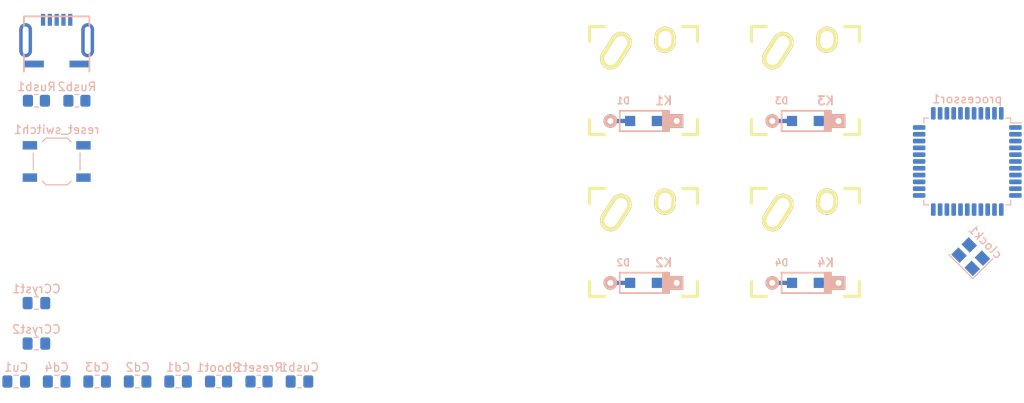
<source format=kicad_pcb>
(kicad_pcb (version 20211014) (generator pcbnew)
  (layers (0 "F.Cu" signal) (31 "B.Cu" signal) (34 "B.Paste" user) (35 "F.Paste" user) (36 "B.SilkS" user "B.Silkscreen") (37 "F.SilkS" user "F.Silkscreen") (38 "B.Mask" user) (39 "F.Mask" user) (44 "Edge.Cuts" user))
  (net 0 "")
  (net 1 "+5V")
  (net 2 "VCC")
  (net 3 "Net-(Micro_USB1-Pad2)")
  (net 4 "Net-(Micro_USB1-Pad3)")
  (net 6 "/toD1")
  (net 7 "/row0")
  (net 8 "/toD3")
  (net 9 "/row1")
  (net 10 "/toD2")
  (net 11 "/toD4")
  (net 12 "/col0")
  (net 13 "/col1")
  (net 14 "Net-(Rboot1-Pad1)")
  (net 15 "Net-(Rreset1-Pad2)")
  (net 16 "Net-(Rusb1-Pad2)")
  (net 17 "Net-(Rusb2-Pad2)")
  (net 19 "Net-(Cusb1-Pad2)")
  (net 28 "Net-(CCryst1-Pad1)")
  (net 29 "Net-(CCryst2-Pad1)")
  (net 46 "GND")
  (footprint "keebs:Mx_Alps_100" (layer "F.Cu") (at 161.925 83.34375)
    (fp_text reference "K1" (at 2.38125 2.38125) (layer "B.SilkS") (effects (font (thickness 0.2)) (justify mirror)))
    (fp_text value "KEYSW" hide)
    (fp_line (start 6.35 4.572) (end 6.35 6.35) (layer "F.SilkS") (width 0.381))
    (fp_line (start -6.35 -6.35) (end -4.572 -6.35) (layer "F.SilkS") (width 0.381))
    (fp_line (start -4.572 6.35) (end -6.35 6.35) (layer "F.SilkS") (width 0.381))
    (fp_line (start 6.35 -6.35) (end 6.35 -4.572) (layer "F.SilkS") (width 0.381))
    (fp_line (start -6.35 -4.572) (end -6.35 -6.35) (layer "F.SilkS") (width 0.381))
    (fp_line (start 4.572 -6.35) (end 6.35 -6.35) (layer "F.SilkS") (width 0.381))
    (fp_line (start -6.35 6.35) (end -6.35 4.572) (layer "F.SilkS") (width 0.381))
    (fp_line (start 6.35 6.35) (end 4.572 6.35) (layer "F.SilkS") (width 0.381))
    (pad "" np_thru_hole circle locked (at -5.08 0) (size 1.7018 1.7018) (drill 1.7018) (layers *.Cu *.Mask))
    (pad "" np_thru_hole circle locked (at 5.08 0) (size 1.7018 1.7018) (drill 1.7018) (layers *.Cu *.Mask))
    (pad "" np_thru_hole circle locked (at 0 0) (size 3.9878 3.9878) (drill 3.9878) (layers *.Cu *.Mask))
    (pad "1" thru_hole oval locked (at -3.255 -3.52 327.5) (size 2.5 4.75) (drill oval 1.5 3.75) (layers *.Cu *.Mask "F.SilkS") (net 12 "/col0"))
    (pad "2" thru_hole oval locked (at 2.52 -4.79 356.1) (size 2.5 3.08) (drill oval 1.5 2.08) (layers *.Cu *.Mask "F.SilkS") (net 6 "/toD1"))
  )
  (footprint "keebs:Mx_Alps_100" (layer "F.Cu") (at 180.975 102.39375)
    (fp_text reference "K4" (at 2.38125 2.38125) (layer "B.SilkS") (effects (font (thickness 0.2)) (justify mirror)))
    (fp_text value "KEYSW" hide)
    (fp_line (start -6.35 -6.35) (end -4.572 -6.35) (layer "F.SilkS") (width 0.381))
    (fp_line (start -6.35 6.35) (end -6.35 4.572) (layer "F.SilkS") (width 0.381))
    (fp_line (start 6.35 -6.35) (end 6.35 -4.572) (layer "F.SilkS") (width 0.381))
    (fp_line (start 4.572 -6.35) (end 6.35 -6.35) (layer "F.SilkS") (width 0.381))
    (fp_line (start -4.572 6.35) (end -6.35 6.35) (layer "F.SilkS") (width 0.381))
    (fp_line (start -6.35 -4.572) (end -6.35 -6.35) (layer "F.SilkS") (width 0.381))
    (fp_line (start 6.35 6.35) (end 4.572 6.35) (layer "F.SilkS") (width 0.381))
    (fp_line (start 6.35 4.572) (end 6.35 6.35) (layer "F.SilkS") (width 0.381))
    (pad "" np_thru_hole circle locked (at 5.08 0) (size 1.7018 1.7018) (drill 1.7018) (layers *.Cu *.Mask))
    (pad "" np_thru_hole circle locked (at 0 0) (size 3.9878 3.9878) (drill 3.9878) (layers *.Cu *.Mask))
    (pad "" np_thru_hole circle locked (at -5.08 0) (size 1.7018 1.7018) (drill 1.7018) (layers *.Cu *.Mask))
    (pad "1" thru_hole oval locked (at -3.255 -3.52 327.5) (size 2.5 4.75) (drill oval 1.5 3.75) (layers *.Cu *.Mask "F.SilkS") (net 13 "/col1"))
    (pad "2" thru_hole oval locked (at 2.52 -4.79 356.1) (size 2.5 3.08) (drill oval 1.5 2.08) (layers *.Cu *.Mask "F.SilkS") (net 11 "/toD4"))
  )
  (footprint "keebs:Mx_Alps_100" (layer "F.Cu") (at 180.975 83.34375)
    (fp_text reference "K3" (at 2.38125 2.38125) (layer "B.SilkS") (effects (font (thickness 0.2)) (justify mirror)))
    (fp_text value "KEYSW" hide)
    (fp_line (start 4.572 -6.35) (end 6.35 -6.35) (layer "F.SilkS") (width 0.381))
    (fp_line (start 6.35 6.35) (end 4.572 6.35) (layer "F.SilkS") (width 0.381))
    (fp_line (start -6.35 -6.35) (end -4.572 -6.35) (layer "F.SilkS") (width 0.381))
    (fp_line (start -4.572 6.35) (end -6.35 6.35) (layer "F.SilkS") (width 0.381))
    (fp_line (start -6.35 6.35) (end -6.35 4.572) (layer "F.SilkS") (width 0.381))
    (fp_line (start 6.35 4.572) (end 6.35 6.35) (layer "F.SilkS") (width 0.381))
    (fp_line (start -6.35 -4.572) (end -6.35 -6.35) (layer "F.SilkS") (width 0.381))
    (fp_line (start 6.35 -6.35) (end 6.35 -4.572) (layer "F.SilkS") (width 0.381))
    (pad "" np_thru_hole circle locked (at 0 0) (size 3.9878 3.9878) (drill 3.9878) (layers *.Cu *.Mask))
    (pad "" np_thru_hole circle locked (at -5.08 0) (size 1.7018 1.7018) (drill 1.7018) (layers *.Cu *.Mask))
    (pad "" np_thru_hole circle locked (at 5.08 0) (size 1.7018 1.7018) (drill 1.7018) (layers *.Cu *.Mask))
    (pad "1" thru_hole oval locked (at -3.255 -3.52 327.5) (size 2.5 4.75) (drill oval 1.5 3.75) (layers *.Cu *.Mask "F.SilkS") (net 13 "/col1"))
    (pad "2" thru_hole oval locked (at 2.52 -4.79 356.1) (size 2.5 3.08) (drill oval 1.5 2.08) (layers *.Cu *.Mask "F.SilkS") (net 10 "/toD2"))
  )
  (footprint "keebs:Mx_Alps_100" (layer "F.Cu") (at 161.925 102.39375)
    (fp_text reference "K2" (at 2.38125 2.38125) (layer "B.SilkS") (effects (font (thickness 0.2)) (justify mirror)))
    (fp_text value "KEYSW" hide)
    (fp_line (start 4.572 -6.35) (end 6.35 -6.35) (layer "F.SilkS") (width 0.381))
    (fp_line (start -6.35 6.35) (end -6.35 4.572) (layer "F.SilkS") (width 0.381))
    (fp_line (start -6.35 -6.35) (end -4.572 -6.35) (layer "F.SilkS") (width 0.381))
    (fp_line (start 6.35 6.35) (end 4.572 6.35) (layer "F.SilkS") (width 0.381))
    (fp_line (start -6.35 -4.572) (end -6.35 -6.35) (layer "F.SilkS") (width 0.381))
    (fp_line (start -4.572 6.35) (end -6.35 6.35) (layer "F.SilkS") (width 0.381))
    (fp_line (start 6.35 4.572) (end 6.35 6.35) (layer "F.SilkS") (width 0.381))
    (fp_line (start 6.35 -6.35) (end 6.35 -4.572) (layer "F.SilkS") (width 0.381))
    (pad "" np_thru_hole circle locked (at -5.08 0) (size 1.7018 1.7018) (drill 1.7018) (layers *.Cu *.Mask))
    (pad "" np_thru_hole circle locked (at 0 0) (size 3.9878 3.9878) (drill 3.9878) (layers *.Cu *.Mask))
    (pad "" np_thru_hole circle locked (at 5.08 0) (size 1.7018 1.7018) (drill 1.7018) (layers *.Cu *.Mask))
    (pad "1" thru_hole oval locked (at -3.255 -3.52 327.5) (size 2.5 4.75) (drill oval 1.5 3.75) (layers *.Cu *.Mask "F.SilkS") (net 12 "/col0"))
    (pad "2" thru_hole oval locked (at 2.52 -4.79 356.1) (size 2.5 3.08) (drill oval 1.5 2.08) (layers *.Cu *.Mask "F.SilkS") (net 8 "/toD3"))
  )
  (footprint "Resistor_SMD:R_0805_2012Metric_Pad1.20x1.40mm_HandSolder" (layer "B.Cu") (at 90.4875 85.725 180)
    (fp_text reference "Rusb1" (at 0 1.65) (layer "B.SilkS") (effects (justify mirror)))
    (fp_text value "22")
    (fp_line (start -0.227064 0.735) (end 0.227064 0.735) (layer "B.SilkS") (width 0.12))
    (fp_line (start -0.227064 -0.735) (end 0.227064 -0.735) (layer "B.SilkS") (width 0.12))
    (pad "1" smd roundrect locked (at -1 0 180) (size 1.2 1.4) (layers "B.Cu" "B.Paste" "B.Mask") (roundrect_rratio 0.208333) (net 3 "Net-(Micro_USB1-Pad2)"))
    (pad "2" smd roundrect locked (at 1 0 180) (size 1.2 1.4) (layers "B.Cu" "B.Paste" "B.Mask") (roundrect_rratio 0.208333) (net 16 "Net-(Rusb1-Pad2)"))
  )
  (footprint "Button_Switch_SMD:SW_SPST_TL3342" (layer "B.Cu") (at 92.86875 92.86875 180)
    (fp_text reference "reset_switch1" (at 0 3.75) (layer "B.SilkS") (effects (justify mirror)))
    (fp_text value "SW_PUSH")
    (fp_line (start 1.7 -2.3) (end 1.25 -2.75) (layer "B.SilkS") (width 0.12))
    (fp_line (start 1.7 2.3) (end 1.25 2.75) (layer "B.SilkS") (width 0.12))
    (fp_line (start -1.7 2.3) (end -1.25 2.75) (layer "B.SilkS") (width 0.12))
    (fp_line (start -2.75 1) (end -2.75 -1) (layer "B.SilkS") (width 0.12))
    (fp_line (start -1.25 2.75) (end 1.25 2.75) (layer "B.SilkS") (width 0.12))
    (fp_line (start -1.7 -2.3) (end -1.25 -2.75) (layer "B.SilkS") (width 0.12))
    (fp_line (start -1.25 -2.75) (end 1.25 -2.75) (layer "B.SilkS") (width 0.12))
    (fp_line (start 2.75 1) (end 2.75 -1) (layer "B.SilkS") (width 0.12))
    (pad "1" smd rect locked (at -3.15 1.9 180) (size 1.7 1) (layers "B.Cu" "B.Paste" "B.Mask") (net 46 "GND"))
    (pad "1" smd rect locked (at 3.15 1.9 180) (size 1.7 1) (layers "B.Cu" "B.Paste" "B.Mask") (net 46 "GND"))
    (pad "2" smd rect locked (at -3.15 -1.9 180) (size 1.7 1) (layers "B.Cu" "B.Paste" "B.Mask") (net 15 "Net-(Rreset1-Pad2)"))
    (pad "2" smd rect locked (at 3.15 -1.9 180) (size 1.7 1) (layers "B.Cu" "B.Paste" "B.Mask") (net 15 "Net-(Rreset1-Pad2)"))
  )
  (footprint "Capacitor_SMD:C_0805_2012Metric_Pad1.18x1.45mm_HandSolder" (layer "B.Cu") (at 121.44375 118.76625 180)
    (fp_text reference "Cusb1" (at 0 1.68) (layer "B.SilkS") (effects (justify mirror)))
    (fp_text value "1u")
    (fp_line (start -0.261252 -0.735) (end 0.261252 -0.735) (layer "B.SilkS") (width 0.12))
    (fp_line (start -0.261252 0.735) (end 0.261252 0.735) (layer "B.SilkS") (width 0.12))
    (pad "1" smd roundrect locked (at -1.0375 0 180) (size 1.175 1.45) (layers "B.Cu" "B.Paste" "B.Mask") (roundrect_rratio 0.212766) (net 1 "+5V"))
    (pad "2" smd roundrect locked (at 1.0375 0 180) (size 1.175 1.45) (layers "B.Cu" "B.Paste" "B.Mask") (roundrect_rratio 0.212766) (net 19 "Net-(Cusb1-Pad2)"))
  )
  (footprint "keyboard_parts:D_SOD123_axial" (layer "B.Cu") (at 180.975 88.10625 180)
    (fp_text reference "D3" (at 2.8 2.38125) (layer "B.SilkS") (effects (font (size 0.8 0.8)) (justify mirror)))
    (fp_text value "D" hide)
    (fp_line (start -3 1.2) (end 2.8 1.2) (layer "B.SilkS") (width 0.2))
    (fp_line (start -2.45 1.2) (end -2.45 -1.2) (layer "B.SilkS") (width 0.2))
    (fp_line (start -2.925 1.2) (end -2.925 -1.2) (layer "B.SilkS") (width 0.2))
    (fp_line (start 2.8 1.2) (end 2.8 -1.2) (layer "B.SilkS") (width 0.2))
    (fp_line (start -2.625 1.2) (end -2.625 -1.2) (layer "B.SilkS") (width 0.2))
    (fp_line (start -2.8 1.2) (end -2.8 -1.2) (layer "B.SilkS") (width 0.2))
    (fp_line (start -3.025 -1.2) (end -3.025 1.2) (layer "B.SilkS") (width 0.2))
    (fp_line (start 2.8 -1.2) (end -3 -1.2) (layer "B.SilkS") (width 0.2))
    (fp_line (start -2.275 1.2) (end -2.275 -1.2) (layer "B.SilkS") (width 0.2))
    (pad "1" thru_hole rect locked (at -3.9 0 180) (size 1.6 1.6) (drill 0.7) (layers *.Cu *.Mask "B.SilkS") (net 7 "/row0"))
    (pad "1" smd rect locked (at -2.7 0 180) (size 2.5 0.5) (layers "B.Cu") (net 7 "/row0"))
    (pad "1" smd rect locked (at -1.575 0 180) (size 1.2 1.2) (layers "B.Cu" "B.Paste" "B.Mask") (net 7 "/row0"))
    (pad "2" smd rect locked (at 1.575 0 180) (size 1.2 1.2) (layers "B.Cu" "B.Paste" "B.Mask") (net 10 "/toD2"))
    (pad "2" smd rect locked (at 2.7 0 180) (size 2.5 0.5) (layers "B.Cu") (net 10 "/toD2"))
    (pad "2" thru_hole circle locked (at 3.9 0 180) (size 1.6 1.6) (drill 0.7) (layers *.Cu *.Mask "B.SilkS") (net 10 "/toD2"))
  )
  (footprint "keyboard_parts:D_SOD123_axial" (layer "B.Cu") (at 161.925 107.15625 180)
    (fp_text reference "D2" (at 2.38125 2.38125) (layer "B.SilkS") (effects (font (size 0.8 0.8)) (justify mirror)))
    (fp_text value "D" hide)
    (fp_line (start -2.275 1.2) (end -2.275 -1.2) (layer "B.SilkS") (width 0.2))
    (fp_line (start -2.45 1.2) (end -2.45 -1.2) (layer "B.SilkS") (width 0.2))
    (fp_line (start -2.8 1.2) (end -2.8 -1.2) (layer "B.SilkS") (width 0.2))
    (fp_line (start -3.025 -1.2) (end -3.025 1.2) (layer "B.SilkS") (width 0.2))
    (fp_line (start -2.925 1.2) (end -2.925 -1.2) (layer "B.SilkS") (width 0.2))
    (fp_line (start -2.625 1.2) (end -2.625 -1.2) (layer "B.SilkS") (width 0.2))
    (fp_line (start 2.8 1.2) (end 2.8 -1.2) (layer "B.SilkS") (width 0.2))
    (fp_line (start -3 1.2) (end 2.8 1.2) (layer "B.SilkS") (width 0.2))
    (fp_line (start 2.8 -1.2) (end -3 -1.2) (layer "B.SilkS") (width 0.2))
    (pad "1" thru_hole rect locked (at -3.9 0 180) (size 1.6 1.6) (drill 0.7) (layers *.Cu *.Mask "B.SilkS") (net 9 "/row1"))
    (pad "1" smd rect locked (at -1.575 0 180) (size 1.2 1.2) (layers "B.Cu" "B.Paste" "B.Mask") (net 9 "/row1"))
    (pad "1" smd rect locked (at -2.7 0 180) (size 2.5 0.5) (layers "B.Cu") (net 9 "/row1"))
    (pad "2" smd rect locked (at 2.7 0 180) (size 2.5 0.5) (layers "B.Cu") (net 8 "/toD3"))
    (pad "2" smd rect locked (at 1.575 0 180) (size 1.2 1.2) (layers "B.Cu" "B.Paste" "B.Mask") (net 8 "/toD3"))
    (pad "2" thru_hole circle locked (at 3.9 0 180) (size 1.6 1.6) (drill 0.7) (layers *.Cu *.Mask "B.SilkS") (net 8 "/toD3"))
  )
  (footprint "keyboard_parts:USB_miniB_hirose_5S8" (layer "B.Cu") (at 92.86875 76.2 180)
    (fp_text reference "Micro_USB1" hide)
    (fp_text value "USB_mini_micro_B" hide)
    (fp_line (start 3.85 0.4) (end 3.85 -6.1) (layer "B.SilkS") (width 0.2))
    (fp_line (start -3.85 0.4) (end 3.85 0.4) (layer "B.SilkS") (width 0.2))
    (fp_line (start -3.85 0.4) (end -3.85 -6.1) (layer "B.SilkS") (width 0.2))
    (pad "1" smd rect locked (at -1.6 0 180) (size 0.5 1.4) (layers "B.Cu" "B.Paste" "B.Mask") (net 2 "VCC"))
    (pad "2" smd rect locked (at -0.8 0 180) (size 0.5 1.4) (layers "B.Cu" "B.Paste" "B.Mask") (net 3 "Net-(Micro_USB1-Pad2)"))
    (pad "3" smd rect locked (at 0 0 180) (size 0.5 1.4) (layers "B.Cu" "B.Paste" "B.Mask") (net 4 "Net-(Micro_USB1-Pad3)"))
    (pad "4" smd rect locked (at 0.8 0 180) (size 0.5 1.4) (layers "B.Cu" "B.Paste" "B.Mask"))
    (pad "5" smd rect locked (at 1.6 0 180) (size 0.5 1.4) (layers "B.Cu" "B.Paste" "B.Mask") (net 1 "+5V"))
    (pad "6" smd rect locked (at 2.675 -5.2 180) (size 2.35 0.8) (layers "B.Cu" "B.Paste" "B.Mask") (net 1 "+5V"))
    (pad "6" smd rect locked (at -2.675 -5.2 180) (size 2.35 0.8) (layers "B.Cu" "B.Paste" "B.Mask") (net 1 "+5V"))
    (pad "6" thru_hole oval locked (at 3.65 -2.4 180) (size 1.5 4) (drill oval 0.7 3.2) (layers *.Cu *.Mask "B.Paste") (net 1 "+5V"))
    (pad "6" thru_hole oval locked (at -3.65 -2.4 180) (size 1.5 4) (drill oval 0.7 3.2) (layers *.Cu *.Mask "B.Paste") (net 1 "+5V"))
  )
  (footprint "Crystal:Crystal_SMD_Abracon_ABM8G-4Pin_3.2x2.5mm" (layer "B.Cu") (at 200.43 104.07 135)
    (fp_text reference "clock1" (at 0 2.45 135) (layer "B.SilkS") (effects (justify mirror)))
    (fp_text value "crystal1_gnd24")
    (fp_line (start -2 1.65) (end -2 -1.65) (layer "B.SilkS") (width 0.12))
    (fp_line (start -2 -1.65) (end 2 -1.65) (layer "B.SilkS") (width 0.12))
    (pad "1" smd rect (at -1.1 -0.85 135) (size 1.4 1.2) (layers "B.Cu" "B.Paste" "B.Mask") (net 28 "Net-(CCryst1-Pad1)"))
    (pad "2" smd rect (at 1.1 -0.85 135) (size 1.4 1.2) (layers "B.Cu" "B.Paste" "B.Mask") (net 46 "GND"))
    (pad "3" smd rect (at 1.1 0.85 135) (size 1.4 1.2) (layers "B.Cu" "B.Paste" "B.Mask") (net 29 "Net-(CCryst2-Pad1)"))
    (pad "4" smd rect (at -1.1 0.85 135) (size 1.4 1.2) (layers "B.Cu" "B.Paste" "B.Mask") (net 46 "GND"))
  )
  (footprint "Capacitor_SMD:C_0805_2012Metric_Pad1.18x1.45mm_HandSolder" (layer "B.Cu") (at 90.4875 114.3 180)
    (fp_text reference "CCryst2" (at 0 1.68) (layer "B.SilkS") (effects (justify mirror)))
    (fp_text value "22p")
    (fp_line (start -0.261252 -0.735) (end 0.261252 -0.735) (layer "B.SilkS") (width 0.12))
    (fp_line (start -0.261252 0.735) (end 0.261252 0.735) (layer "B.SilkS") (width 0.12))
    (pad "1" smd roundrect locked (at -1.0375 0 180) (size 1.175 1.45) (layers "B.Cu" "B.Paste" "B.Mask") (roundrect_rratio 0.212766) (net 29 "Net-(CCryst2-Pad1)"))
    (pad "2" smd roundrect locked (at 1.0375 0 180) (size 1.175 1.45) (layers "B.Cu" "B.Paste" "B.Mask") (roundrect_rratio 0.212766) (net 46 "GND"))
  )
  (footprint "Capacitor_SMD:C_0805_2012Metric_Pad1.18x1.45mm_HandSolder" (layer "B.Cu") (at 107.15625 118.76625 180)
    (fp_text reference "Cd1" (at 0 1.68) (layer "B.SilkS") (effects (justify mirror)))
    (fp_text value "0.1u")
    (fp_line (start -0.261252 -0.735) (end 0.261252 -0.735) (layer "B.SilkS") (width 0.12))
    (fp_line (start -0.261252 0.735) (end 0.261252 0.735) (layer "B.SilkS") (width 0.12))
    (pad "1" smd roundrect locked (at -1.0375 0 180) (size 1.175 1.45) (layers "B.Cu" "B.Paste" "B.Mask") (roundrect_rratio 0.212766) (net 2 "VCC"))
    (pad "2" smd roundrect locked (at 1.0375 0 180) (size 1.175 1.45) (layers "B.Cu" "B.Paste" "B.Mask") (roundrect_rratio 0.212766) (net 46 "GND"))
  )
  (footprint "Capacitor_SMD:C_0805_2012Metric_Pad1.18x1.45mm_HandSolder" (layer "B.Cu") (at 102.39375 118.76625 180)
    (fp_text reference "Cd2" (at 0 1.68) (layer "B.SilkS") (effects (justify mirror)))
    (fp_text value "0.1u")
    (fp_line (start -0.261252 0.735) (end 0.261252 0.735) (layer "B.SilkS") (width 0.12))
    (fp_line (start -0.261252 -0.735) (end 0.261252 -0.735) (layer "B.SilkS") (width 0.12))
    (pad "1" smd roundrect locked (at -1.0375 0 180) (size 1.175 1.45) (layers "B.Cu" "B.Paste" "B.Mask") (roundrect_rratio 0.212766) (net 2 "VCC"))
    (pad "2" smd roundrect locked (at 1.0375 0 180) (size 1.175 1.45) (layers "B.Cu" "B.Paste" "B.Mask") (roundrect_rratio 0.212766) (net 46 "GND"))
  )
  (footprint "Capacitor_SMD:C_0805_2012Metric_Pad1.18x1.45mm_HandSolder" (layer "B.Cu") (at 92.86875 118.76625 180)
    (fp_text reference "Cd4" (at 0 1.68) (layer "B.SilkS") (effects (justify mirror)))
    (fp_text value "0.1u")
    (fp_line (start -0.261252 0.735) (end 0.261252 0.735) (layer "B.SilkS") (width 0.12))
    (fp_line (start -0.261252 -0.735) (end 0.261252 -0.735) (layer "B.SilkS") (width 0.12))
    (pad "1" smd roundrect locked (at -1.0375 0 180) (size 1.175 1.45) (layers "B.Cu" "B.Paste" "B.Mask") (roundrect_rratio 0.212766) (net 2 "VCC"))
    (pad "2" smd roundrect locked (at 1.0375 0 180) (size 1.175 1.45) (layers "B.Cu" "B.Paste" "B.Mask") (roundrect_rratio 0.212766) (net 46 "GND"))
  )
  (footprint "Package_QFP:LQFP-44_10x10mm_P0.8mm" (layer "B.Cu") (at 200.025 92.86875 180)
    (fp_text reference "processor1" (at 0 7.35) (layer "B.SilkS") (effects (justify mirror)))
    (fp_text value "ATMEGA32U4")
    (fp_line (start -4.535 -5.11) (end -5.11 -5.11) (layer "B.SilkS") (width 0.12))
    (fp_line (start -4.535 5.11) (end -5.11 5.11) (layer "B.SilkS") (width 0.12))
    (fp_line (start -5.11 4.535) (end -6.4 4.535) (layer "B.SilkS") (width 0.12))
    (fp_line (start 4.535 5.11) (end 5.11 5.11) (layer "B.SilkS") (width 0.12))
    (fp_line (start 5.11 5.11) (end 5.11 4.535) (layer "B.SilkS") (width 0.12))
    (fp_line (start -5.11 -5.11) (end -5.11 -4.535) (layer "B.SilkS") (width 0.12))
    (fp_line (start 5.11 -5.11) (end 5.11 -4.535) (layer "B.SilkS") (width 0.12))
    (fp_line (start -5.11 5.11) (end -5.11 4.535) (layer "B.SilkS") (width 0.12))
    (fp_line (start 4.535 -5.11) (end 5.11 -5.11) (layer "B.SilkS") (width 0.12))
    (pad "1" smd roundrect (at -5.6625 4 180) (size 1.475 0.55) (layers "B.Cu" "B.Paste" "B.Mask"))
    (pad "2" smd roundrect (at -5.6625 3.2 180) (size 1.475 0.55) (layers "B.Cu" "B.Paste" "B.Mask") (net 2 "VCC"))
    (pad "3" smd roundrect (at -5.6625 2.4 180) (size 1.475 0.55) (layers "B.Cu" "B.Paste" "B.Mask") (net 16 "Net-(Rusb1-Pad2)"))
    (pad "4" smd roundrect (at -5.6625 1.6 180) (size 1.475 0.55) (layers "B.Cu" "B.Paste" "B.Mask") (net 17 "Net-(Rusb2-Pad2)"))
    (pad "5" smd roundrect (at -5.6625 0.8 180) (size 1.475 0.55) (layers "B.Cu" "B.Paste" "B.Mask") (net 1 "+5V"))
    (pad "6" smd roundrect (at -5.6625 0 180) (size 1.475 0.55) (layers "B.Cu" "B.Paste" "B.Mask") (net 19 "Net-(Cusb1-Pad2)"))
    (pad "7" smd roundrect (at -5.6625 -0.8 180) (size 1.475 0.55) (layers "B.Cu" "B.Paste" "B.Mask"))
    (pad "8" smd roundrect (at -5.6625 -1.6 180) (size 1.475 0.55) (layers "B.Cu" "B.Paste" "B.Mask"))
    (pad "9" smd roundrect (at -5.6625 -2.4 180) (size 1.475 0.55) (layers "B.Cu" "B.Paste" "B.Mask"))
    (pad "10" smd roundrect (at -5.6625 -3.2 180) (size 1.475 0.55) (layers "B.Cu" "B.Paste" "B.Mask"))
    (pad "11" smd roundrect (at -5.6625 -4 180) (size 1.475 0.55) (layers "B.Cu" "B.Paste" "B.Mask"))
    (pad "12" smd roundrect (at -4 -5.6625 180) (size 0.55 1.475) (layers "B.Cu" "B.Paste" "B.Mask"))
    (pad "13" smd roundrect (at -3.2 -5.6625 180) (size 0.55 1.475) (layers "B.Cu" "B.Paste" "B.Mask") (net 15 "Net-(Rreset1-Pad2)"))
    (pad "14" smd roundrect (at -2.4 -5.6625 180) (size 0.55 1.475) (layers "B.Cu" "B.Paste" "B.Mask"))
    (pad "15" smd roundrect (at -1.6 -5.6625 180) (size 0.55 1.475) (layers "B.Cu" "B.Paste" "B.Mask"))
    (pad "16" smd roundrect (at -0.8 -5.6625 180) (size 0.55 1.475) (layers "B.Cu" "B.Paste" "B.Mask") (net 28 "Net-(CCryst1-Pad1)"))
    (pad "17" smd roundrect (at 0 -5.6625 180) (size 0.55 1.475) (layers "B.Cu" "B.Paste" "B.Mask") (net 29 "Net-(CCryst2-Pad1)"))
    (pad "18" smd roundrect (at 0.8 -5.6625 180) (size 0.55 1.475) (layers "B.Cu" "B.Paste" "B.Mask"))
    (pad "19" smd roundrect (at 1.6 -5.6625 180) (size 0.55 1.475) (layers "B.Cu" "B.Paste" "B.Mask"))
    (pad "20" smd roundrect (at 2.4 -5.6625 180) (size 0.55 1.475) (layers "B.Cu" "B.Paste" "B.Mask"))
    (pad "21" smd roundrect (at 3.2 -5.6625 180) (size 0.55 1.475) (layers "B.Cu" "B.Paste" "B.Mask"))
    (pad "22" smd roundrect (at 4 -5.6625 180) (size 0.55 1.475) (layers "B.Cu" "B.Paste" "B.Mask"))
    (pad "23" smd roundrect (at 5.6625 -4 180) (size 1.475 0.55) (layers "B.Cu" "B.Paste" "B.Mask") (net 46 "GND"))
    (pad "24" smd roundrect (at 5.6625 -3.2 180) (size 1.475 0.55) (layers "B.Cu" "B.Paste" "B.Mask") (net 2 "VCC"))
    (pad "25" smd roundrect (at 5.6625 -2.4 180) (size 1.475 0.55) (layers "B.Cu" "B.Paste" "B.Mask"))
    (pad "26" smd roundrect (at 5.6625 -1.6 180) (size 1.475 0.55) (layers "B.Cu" "B.Paste" "B.Mask"))
    (pad "27" smd roundrect (at 5.6625 -0.8 180) (size 1.475 0.55) (layers "B.Cu" "B.Paste" "B.Mask"))
    (pad "28" smd roundrect (at 5.6625 0 180) (size 1.475 0.55) (layers "B.Cu" "B.Paste" "B.Mask"))
    (pad "29" smd roundrect (at 5.6625 0.8 180) (size 1.475 0.55) (layers "B.Cu" "B.Paste" "B.Mask"))
    (pad "30" smd roundrect (at 5.6625 1.6 180) (size 1.475 0.55) (layers "B.Cu" "B.Paste" "B.Mask"))
    (pad "31" smd roundrect (at 5.6625 2.4 180) (size 1.475 0.55) (layers "B.Cu" "B.Paste" "B.Mask"))
    (pad "32" smd roundrect (at 5.6625 3.2 180) (size 1.475 0.55) (layers "B.Cu" "B.Paste" "B.Mask"))
    (pad "33" smd roundrect (at 5.6625 4 180) (size 1.475 0.55) (layers "B.Cu" "B.Paste" "B.Mask") (net 14 "Net-(Rboot1-Pad1)"))
    (pad "34" smd roundrect (at 4 5.6625 180) (size 0.55 1.475) (layers "B.Cu" "B.Paste" "B.Mask") (net 2 "VCC"))
    (pad "35" smd roundrect (at 3.2 5.6625 180) (size 0.55 1.475) (layers "B.Cu" "B.Paste" "B.Mask") (net 46 "GND"))
    (pad "36" smd roundrect (at 2.4 5.6625 180) (size 0.55 1.475) (layers "B.Cu" "B.Paste" "B.Mask"))
    (pad "37" smd roundrect (at 1.6 5.6625 180) (size 0.55 1.475) (layers "B.Cu" "B.Paste" "B.Mask"))
    (pad "38" smd roundrect (at 0.8 5.6625 180) (size 0.55 1.475) (layers "B.Cu" "B.Paste" "B.Mask") (net 13 "/col1"))
    (pad "39" smd roundrect (at 0 5.6625 180) (size 0.55 1.475) (layers "B.Cu" "B.Paste" "B.Mask") (net 12 "/col0"))
    (pad "40" smd roundrect (at -0.8 5.6625 180) (size 0.55 1.475) (layers "B.Cu" "B.Paste" "B.Mask") (net 9 "/row1"))
    (pad "41" smd roundrect (at -1.6 5.6625 180) (size 0.55 1.475) (layers "B.Cu" "B.Paste" "B.Mask") (net 7 "/row0"))
    (pad "42" smd roundrect (at -2.4 5.6625 180) (size 0.55 1.475) (layers "B.Cu" "B.Paste" "B.Mask"))
    (pad "43" smd roundrect (at -3.2 5.6625 180) (size 0.55 1.475) (layers "B.Cu" "B.Paste" "B.Mask") (net 46 "GND"))
    (pad "44" smd roundrect (at -4 5.6625 180) (size 0.55 1.475) (layers "B.Cu" "B.Paste" "B.Mask") (net 2 "VCC"))
  )
  (footprint "Resistor_SMD:R_0805_2012Metric_Pad1.20x1.40mm_HandSolder" (layer "B.Cu") (at 116.68125 118.76625 180)
    (fp_text reference "Rreset1" (at 0 1.65) (layer "B.SilkS") (effects (justify mirror)))
    (fp_text value "10k")
    (fp_line (start -0.227064 0.735) (end 0.227064 0.735) (layer "B.SilkS") (width 0.12))
    (fp_line (start -0.227064 -0.735) (end 0.227064 -0.735) (layer "B.SilkS") (width 0.12))
    (pad "1" smd roundrect locked (at -1 0 180) (size 1.2 1.4) (layers "B.Cu" "B.Paste" "B.Mask") (roundrect_rratio 0.208333) (net 2 "VCC"))
    (pad "2" smd roundrect locked (at 1 0 180) (size 1.2 1.4) (layers "B.Cu" "B.Paste" "B.Mask") (roundrect_rratio 0.208333) (net 15 "Net-(Rreset1-Pad2)"))
  )
  (footprint "keyboard_parts:D_SOD123_axial" (layer "B.Cu") (at 180.975 107.15625 180)
    (fp_text reference "D4" (at 2.8 2.38125) (layer "B.SilkS") (effects (font (size 0.8 0.8)) (justify mirror)))
    (fp_text value "D" hide)
    (fp_line (start -2.275 1.2) (end -2.275 -1.2) (layer "B.SilkS") (width 0.2))
    (fp_line (start -2.45 1.2) (end -2.45 -1.2) (layer "B.SilkS") (width 0.2))
    (fp_line (start 2.8 -1.2) (end -3 -1.2) (layer "B.SilkS") (width 0.2))
    (fp_line (start -3.025 -1.2) (end -3.025 1.2) (layer "B.SilkS") (width 0.2))
    (fp_line (start -3 1.2) (end 2.8 1.2) (layer "B.SilkS") (width 0.2))
    (fp_line (start 2.8 1.2) (end 2.8 -1.2) (layer "B.SilkS") (width 0.2))
    (fp_line (start -2.8 1.2) (end -2.8 -1.2) (layer "B.SilkS") (width 0.2))
    (fp_line (start -2.925 1.2) (end -2.925 -1.2) (layer "B.SilkS") (width 0.2))
    (fp_line (start -2.625 1.2) (end -2.625 -1.2) (layer "B.SilkS") (width 0.2))
    (pad "1" smd rect locked (at -1.575 0 180) (size 1.2 1.2) (layers "B.Cu" "B.Paste" "B.Mask") (net 9 "/row1"))
    (pad "1" smd rect locked (at -2.7 0 180) (size 2.5 0.5) (layers "B.Cu") (net 9 "/row1"))
    (pad "1" thru_hole rect locked (at -3.9 0 180) (size 1.6 1.6) (drill 0.7) (layers *.Cu *.Mask "B.SilkS") (net 9 "/row1"))
    (pad "2" smd rect locked (at 1.575 0 180) (size 1.2 1.2) (layers "B.Cu" "B.Paste" "B.Mask") (net 11 "/toD4"))
    (pad "2" smd rect locked (at 2.7 0 180) (size 2.5 0.5) (layers "B.Cu") (net 11 "/toD4"))
    (pad "2" thru_hole circle locked (at 3.9 0 180) (size 1.6 1.6) (drill 0.7) (layers *.Cu *.Mask "B.SilkS") (net 11 "/toD4"))
  )
  (footprint "Capacitor_SMD:C_0805_2012Metric_Pad1.18x1.45mm_HandSolder" (layer "B.Cu") (at 97.63125 118.76625 180)
    (fp_text reference "Cd3" (at 0 1.68) (layer "B.SilkS") (effects (justify mirror)))
    (fp_text value "0.1u")
    (fp_line (start -0.261252 0.735) (end 0.261252 0.735) (layer "B.SilkS") (width 0.12))
    (fp_line (start -0.261252 -0.735) (end 0.261252 -0.735) (layer "B.SilkS") (width 0.12))
    (pad "1" smd roundrect locked (at -1.0375 0 180) (size 1.175 1.45) (layers "B.Cu" "B.Paste" "B.Mask") (roundrect_rratio 0.212766) (net 2 "VCC"))
    (pad "2" smd roundrect locked (at 1.0375 0 180) (size 1.175 1.45) (layers "B.Cu" "B.Paste" "B.Mask") (roundrect_rratio 0.212766) (net 46 "GND"))
  )
  (footprint "Resistor_SMD:R_0805_2012Metric_Pad1.20x1.40mm_HandSolder" (layer "B.Cu") (at 111.91875 118.76625 180)
    (fp_text reference "Rboot1" (at 0 1.65) (layer "B.SilkS") (effects (justify mirror)))
    (fp_text value "10k")
    (fp_line (start -0.227064 -0.735) (end 0.227064 -0.735) (layer "B.SilkS") (width 0.12))
    (fp_line (start -0.227064 0.735) (end 0.227064 0.735) (layer "B.SilkS") (width 0.12))
    (pad "1" smd roundrect locked (at -1 0 180) (size 1.2 1.4) (layers "B.Cu" "B.Paste" "B.Mask") (roundrect_rratio 0.208333) (net 14 "Net-(Rboot1-Pad1)"))
    (pad "2" smd roundrect locked (at 1 0 180) (size 1.2 1.4) (layers "B.Cu" "B.Paste" "B.Mask") (roundrect_rratio 0.208333) (net 1 "+5V"))
  )
  (footprint "Resistor_SMD:R_0805_2012Metric_Pad1.20x1.40mm_HandSolder" (layer "B.Cu") (at 95.25 85.725 180)
    (fp_text reference "Rusb2" (at 0 1.65) (layer "B.SilkS") (effects (justify mirror)))
    (fp_text value "22")
    (fp_line (start -0.227064 0.735) (end 0.227064 0.735) (layer "B.SilkS") (width 0.12))
    (fp_line (start -0.227064 -0.735) (end 0.227064 -0.735) (layer "B.SilkS") (width 0.12))
    (pad "1" smd roundrect locked (at -1 0 180) (size 1.2 1.4) (layers "B.Cu" "B.Paste" "B.Mask") (roundrect_rratio 0.208333) (net 4 "Net-(Micro_USB1-Pad3)"))
    (pad "2" smd roundrect locked (at 1 0 180) (size 1.2 1.4) (layers "B.Cu" "B.Paste" "B.Mask") (roundrect_rratio 0.208333) (net 17 "Net-(Rusb2-Pad2)"))
  )
  (footprint "keyboard_parts:D_SOD123_axial" (layer "B.Cu") (at 161.925 88.10625 180)
    (fp_text reference "D1" (at 2.38125 2.38125) (layer "B.SilkS") (effects (font (size 0.8 0.8)) (justify mirror)))
    (fp_text value "D" hide)
    (fp_line (start -2.45 1.2) (end -2.45 -1.2) (layer "B.SilkS") (width 0.2))
    (fp_line (start -2.625 1.2) (end -2.625 -1.2) (layer "B.SilkS") (width 0.2))
    (fp_line (start -2.275 1.2) (end -2.275 -1.2) (layer "B.SilkS") (width 0.2))
    (fp_line (start -2.8 1.2) (end -2.8 -1.2) (layer "B.SilkS") (width 0.2))
    (fp_line (start 2.8 -1.2) (end -3 -1.2) (layer "B.SilkS") (width 0.2))
    (fp_line (start 2.8 1.2) (end 2.8 -1.2) (layer "B.SilkS") (width 0.2))
    (fp_line (start -3.025 -1.2) (end -3.025 1.2) (layer "B.SilkS") (width 0.2))
    (fp_line (start -3 1.2) (end 2.8 1.2) (layer "B.SilkS") (width 0.2))
    (fp_line (start -2.925 1.2) (end -2.925 -1.2) (layer "B.SilkS") (width 0.2))
    (pad "1" thru_hole rect locked (at -3.9 0 180) (size 1.6 1.6) (drill 0.7) (layers *.Cu *.Mask "B.SilkS") (net 7 "/row0"))
    (pad "1" smd rect locked (at -2.7 0 180) (size 2.5 0.5) (layers "B.Cu") (net 7 "/row0"))
    (pad "1" smd rect locked (at -1.575 0 180) (size 1.2 1.2) (layers "B.Cu" "B.Paste" "B.Mask") (net 7 "/row0"))
    (pad "2" smd rect locked (at 2.7 0 180) (size 2.5 0.5) (layers "B.Cu") (net 6 "/toD1"))
    (pad "2" thru_hole circle locked (at 3.9 0 180) (size 1.6 1.6) (drill 0.7) (layers *.Cu *.Mask "B.SilkS") (net 6 "/toD1"))
    (pad "2" smd rect locked (at 1.575 0 180) (size 1.2 1.2) (layers "B.Cu" "B.Paste" "B.Mask") (net 6 "/toD1"))
  )
  (footprint "Capacitor_SMD:C_0805_2012Metric_Pad1.18x1.45mm_HandSolder" (layer "B.Cu") (at 90.4875 109.5375 180)
    (fp_text reference "CCryst1" (at 0 1.68) (layer "B.SilkS") (effects (justify mirror)))
    (fp_text value "22p")
    (fp_line (start -0.261252 -0.735) (end 0.261252 -0.735) (layer "B.SilkS") (width 0.12))
    (fp_line (start -0.261252 0.735) (end 0.261252 0.735) (layer "B.SilkS") (width 0.12))
    (pad "1" smd roundrect locked (at -1.0375 0 180) (size 1.175 1.45) (layers "B.Cu" "B.Paste" "B.Mask") (roundrect_rratio 0.212766) (net 28 "Net-(CCryst1-Pad1)"))
    (pad "2" smd roundrect locked (at 1.0375 0 180) (size 1.175 1.45) (layers "B.Cu" "B.Paste" "B.Mask") (roundrect_rratio 0.212766) (net 46 "GND"))
  )
  (footprint "Capacitor_SMD:C_0805_2012Metric_Pad1.18x1.45mm_HandSolder" (layer "B.Cu") (at 88.10625 118.76625 180)
    (fp_text reference "Cu1" (at 0 1.68) (layer "B.SilkS") (effects (justify mirror)))
    (fp_text value "4.7u")
    (fp_line (start -0.261252 -0.735) (end 0.261252 -0.735) (layer "B.SilkS") (width 0.12))
    (fp_line (start -0.261252 0.735) (end 0.261252 0.735) (layer "B.SilkS") (width 0.12))
    (pad "1" smd roundrect locked (at -1.0375 0 180) (size 1.175 1.45) (layers "B.Cu" "B.Paste" "B.Mask") (roundrect_rratio 0.212766) (net 2 "VCC"))
    (pad "2" smd roundrect locked (at 1.0375 0 180) (size 1.175 1.45) (layers "B.Cu" "B.Paste" "B.Mask") (roundrect_rratio 0.212766) (net 46 "GND"))
  )
)
</source>
